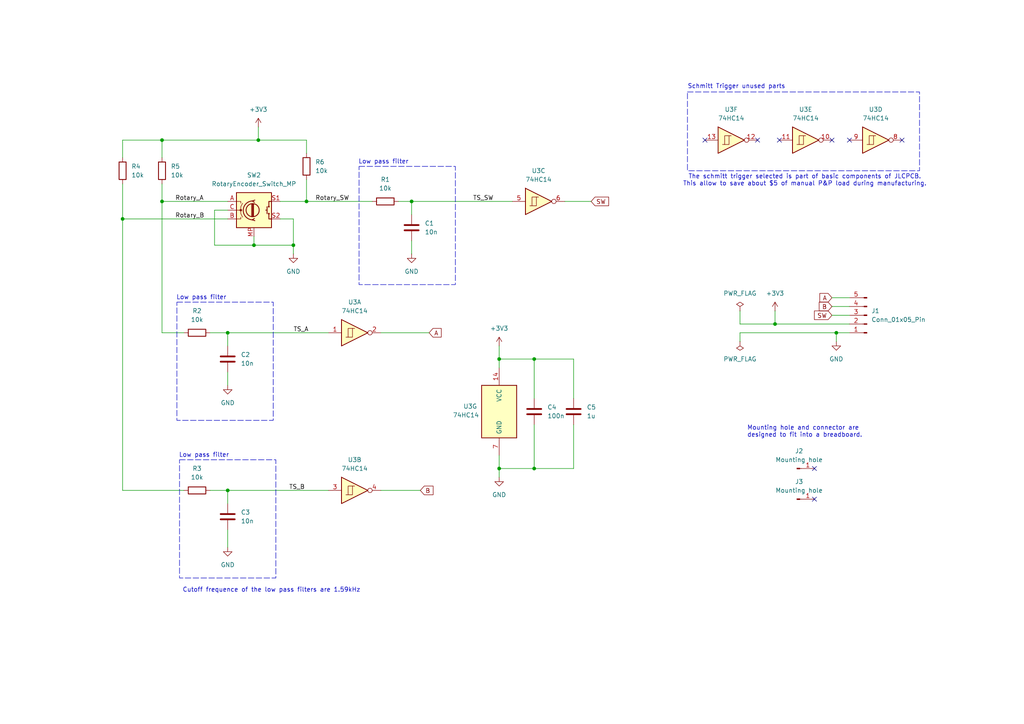
<source format=kicad_sch>
(kicad_sch (version 20250114) (generator "eeschema") (generator_version "9.0")
  (paper "A4")
  (title_block (title "Rotary Encoder Debounced") (date "2025-06-23") (rev "1.0") (company "Xavier Berger") (comment 1 "License : CERN-OHL-P"))
  (lib_symbols
    (symbol "74xx:74HC14" (pin_names (offset 1.016))
      (property "Reference" "U" (at 0 1.27 0))
      (property "Value" "74HC14" (at 0 -1.27 0))
      (symbol "74HC14_1_0"
        (polyline (pts (xy -3.81 3.81) (xy -3.81 -3.81) (xy 3.81 0) (xy -3.81 3.81)) (stroke (width 0.254)) (fill (type background)))
        (pin input line (at -7.62 0 0) (length 3.81) (name "~") (number "1"))
        (pin output inverted (at 7.62 0 180) (length 3.81) (name "~") (number "2"))
      )
      (symbol "74HC14_1_1"
        (polyline (pts (xy -2.54 -1.27) (xy -0.635 -1.27) (xy -0.635 1.27) (xy 0 1.27)))
        (polyline (pts (xy -1.905 -1.27) (xy -1.905 1.27) (xy -0.635 1.27)))
      )
      (symbol "74HC14_2_0"
        (polyline (pts (xy -3.81 3.81) (xy -3.81 -3.81) (xy 3.81 0) (xy -3.81 3.81)) (stroke (width 0.254)) (fill (type background)))
        (pin input line (at -7.62 0 0) (length 3.81) (name "~") (number "3"))
        (pin output inverted (at 7.62 0 180) (length 3.81) (name "~") (number "4"))
      )
      (symbol "74HC14_2_1"
        (polyline (pts (xy -2.54 -1.27) (xy -0.635 -1.27) (xy -0.635 1.27) (xy 0 1.27)))
        (polyline (pts (xy -1.905 -1.27) (xy -1.905 1.27) (xy -0.635 1.27)))
      )
      (symbol "74HC14_3_0"
        (polyline (pts (xy -3.81 3.81) (xy -3.81 -3.81) (xy 3.81 0) (xy -3.81 3.81)) (stroke (width 0.254)) (fill (type background)))
        (pin input line (at -7.62 0 0) (length 3.81) (name "~") (number "5"))
        (pin output inverted (at 7.62 0 180) (length 3.81) (name "~") (number "6"))
      )
      (symbol "74HC14_3_1"
        (polyline (pts (xy -2.54 -1.27) (xy -0.635 -1.27) (xy -0.635 1.27) (xy 0 1.27)))
        (polyline (pts (xy -1.905 -1.27) (xy -1.905 1.27) (xy -0.635 1.27)))
      )
      (symbol "74HC14_4_0"
        (polyline (pts (xy -3.81 3.81) (xy -3.81 -3.81) (xy 3.81 0) (xy -3.81 3.81)) (stroke (width 0.254)) (fill (type background)))
        (pin input line (at -7.62 0 0) (length 3.81) (name "~") (number "9"))
        (pin output inverted (at 7.62 0 180) (length 3.81) (name "~") (number "8"))
      )
      (symbol "74HC14_4_1"
        (polyline (pts (xy -2.54 -1.27) (xy -0.635 -1.27) (xy -0.635 1.27) (xy 0 1.27)))
        (polyline (pts (xy -1.905 -1.27) (xy -1.905 1.27) (xy -0.635 1.27)))
      )
      (symbol "74HC14_5_0"
        (polyline (pts (xy -3.81 3.81) (xy -3.81 -3.81) (xy 3.81 0) (xy -3.81 3.81)) (stroke (width 0.254)) (fill (type background)))
        (pin input line (at -7.62 0 0) (length 3.81) (name "~") (number "11"))
        (pin output inverted (at 7.62 0 180) (length 3.81) (name "~") (number "10"))
      )
      (symbol "74HC14_5_1"
        (polyline (pts (xy -2.54 -1.27) (xy -0.635 -1.27) (xy -0.635 1.27) (xy 0 1.27)))
        (polyline (pts (xy -1.905 -1.27) (xy -1.905 1.27) (xy -0.635 1.27)))
      )
      (symbol "74HC14_6_0"
        (polyline (pts (xy -3.81 3.81) (xy -3.81 -3.81) (xy 3.81 0) (xy -3.81 3.81)) (stroke (width 0.254)) (fill (type background)))
        (pin input line (at -7.62 0 0) (length 3.81) (name "~") (number "13"))
        (pin output inverted (at 7.62 0 180) (length 3.81) (name "~") (number "12"))
      )
      (symbol "74HC14_6_1"
        (polyline (pts (xy -2.54 -1.27) (xy -0.635 -1.27) (xy -0.635 1.27) (xy 0 1.27)))
        (polyline (pts (xy -1.905 -1.27) (xy -1.905 1.27) (xy -0.635 1.27)))
      )
      (symbol "74HC14_7_0"
        (pin power_in line (at 0 12.7 270) (length 5.08) (name "VCC") (number "14"))
        (pin power_in line (at 0 -12.7 90) (length 5.08) (name "GND") (number "7"))
      )
      (symbol "74HC14_7_1"
        (rectangle (start -5.08 7.62) (end 5.08 -7.62) (stroke (width 0.254)) (fill (type background)))
      )
    )
    (symbol "Connector:Conn_01x01_Pin" (pin_names (offset 1.016) (hide yes))
      (property "Reference" "J" (at 0 2.54 0))
      (property "Value" "Conn_01x01_Pin" (at 0 -2.54 0))
      (symbol "Conn_01x01_Pin_1_1"
        (rectangle (start 0.8636 0.127) (end 0 -0.127) (stroke (width 0.1524)) (fill (type outline)))
        (polyline (pts (xy 1.27 0) (xy 0.8636 0)) (stroke (width 0.1524)))
        (pin passive line (at 5.08 0 180) (length 3.81) (name "Pin_1") (number "1"))
      )
    )
    (symbol "Connector:Conn_01x05_Pin" (pin_names (offset 1.016) (hide yes))
      (property "Reference" "J" (at 0 7.62 0))
      (property "Value" "Conn_01x05_Pin" (at 0 -7.62 0))
      (symbol "Conn_01x05_Pin_1_1"
        (rectangle (start 0.8636 5.207) (end 0 4.953) (stroke (width 0.1524)) (fill (type outline)))
        (rectangle (start 0.8636 2.667) (end 0 2.413) (stroke (width 0.1524)) (fill (type outline)))
        (rectangle (start 0.8636 0.127) (end 0 -0.127) (stroke (width 0.1524)) (fill (type outline)))
        (rectangle (start 0.8636 -2.413) (end 0 -2.667) (stroke (width 0.1524)) (fill (type outline)))
        (rectangle (start 0.8636 -4.953) (end 0 -5.207) (stroke (width 0.1524)) (fill (type outline)))
        (polyline (pts (xy 1.27 5.08) (xy 0.8636 5.08)) (stroke (width 0.1524)))
        (polyline (pts (xy 1.27 2.54) (xy 0.8636 2.54)) (stroke (width 0.1524)))
        (polyline (pts (xy 1.27 0) (xy 0.8636 0)) (stroke (width 0.1524)))
        (polyline (pts (xy 1.27 -2.54) (xy 0.8636 -2.54)) (stroke (width 0.1524)))
        (polyline (pts (xy 1.27 -5.08) (xy 0.8636 -5.08)) (stroke (width 0.1524)))
        (pin passive line (at 5.08 5.08 180) (length 3.81) (name "Pin_1") (number "1"))
        (pin passive line (at 5.08 2.54 180) (length 3.81) (name "Pin_2") (number "2"))
        (pin passive line (at 5.08 0 180) (length 3.81) (name "Pin_3") (number "3"))
        (pin passive line (at 5.08 -2.54 180) (length 3.81) (name "Pin_4") (number "4"))
        (pin passive line (at 5.08 -5.08 180) (length 3.81) (name "Pin_5") (number "5"))
      )
    )
    (symbol "Device:C" (pin_numbers (hide yes)) (pin_names (offset 0.254))
      (property "Reference" "C" (at 0.635 2.54 0))
      (property "Value" "C" (at 0.635 -2.54 0))
      (symbol "C_0_1"
        (polyline (pts (xy -2.032 0.762) (xy 2.032 0.762)) (stroke (width 0.508)))
        (polyline (pts (xy -2.032 -0.762) (xy 2.032 -0.762)) (stroke (width 0.508)))
      )
      (symbol "C_1_1"
        (pin passive line (at 0 3.81 270) (length 2.794) (name "~") (number "1"))
        (pin passive line (at 0 -3.81 90) (length 2.794) (name "~") (number "2"))
      )
    )
    (symbol "Device:R" (pin_numbers (hide yes)) (pin_names (offset 0))
      (property "Reference" "R" (at 2.032 0 90))
      (property "Value" "R" (at 0 0 90))
      (symbol "R_0_1"
        (rectangle (start -1.016 -2.54) (end 1.016 2.54) (stroke (width 0.254)))
      )
      (symbol "R_1_1"
        (pin passive line (at 0 3.81 270) (length 1.27) (name "~") (number "1"))
        (pin passive line (at 0 -3.81 90) (length 1.27) (name "~") (number "2"))
      )
    )
    (symbol "Device:RotaryEncoder_Switch_MP" (pin_names (offset 0.254) (hide yes))
      (property "Reference" "SW" (at 0 8.89 0))
      (property "Value" "RotaryEncoder_Switch_MP" (at 0 6.35 0))
      (symbol "RotaryEncoder_Switch_MP_0_1"
        (rectangle (start -5.08 5.08) (end 5.08 -5.08) (stroke (width 0.254)) (fill (type background)))
        (polyline (pts (xy -5.08 2.54) (xy -3.81 2.54) (xy -3.81 2.032)))
        (polyline (pts (xy -5.08 0) (xy -3.81 0) (xy -3.81 -1.016) (xy -3.302 -2.032)))
        (polyline (pts (xy -5.08 -2.54) (xy -3.81 -2.54) (xy -3.81 -2.032)))
        (polyline (pts (xy -4.318 0) (xy -3.81 0) (xy -3.81 1.016) (xy -3.302 2.032)))
        (circle (center -3.81 0) (radius 0.254) (fill (type outline)))
        (polyline (pts (xy -0.635 -1.778) (xy -0.635 1.778)) (stroke (width 0.254)))
        (circle (center -0.381 0) (radius 1.905) (stroke (width 0.254)))
        (polyline (pts (xy -0.381 -1.778) (xy -0.381 1.778)) (stroke (width 0.254)))
        (arc (start -0.381 -2.794) (mid -3.0988 -0.0635) (end -0.381 2.667) (stroke (width 0.254)))
        (polyline (pts (xy -0.127 1.778) (xy -0.127 -1.778)) (stroke (width 0.254)))
        (polyline (pts (xy 0.254 2.921) (xy -0.508 2.667) (xy 0.127 2.286)) (stroke (width 0.254)))
        (polyline (pts (xy 0.254 -3.048) (xy -0.508 -2.794) (xy 0.127 -2.413)) (stroke (width 0.254)))
        (polyline (pts (xy 3.81 1.016) (xy 3.81 -1.016)) (stroke (width 0.254)))
        (polyline (pts (xy 3.81 0) (xy 3.429 0)) (stroke (width 0.254)))
        (circle (center 4.318 1.016) (radius 0.127) (stroke (width 0.254)))
        (circle (center 4.318 -1.016) (radius 0.127) (stroke (width 0.254)))
        (polyline (pts (xy 5.08 2.54) (xy 4.318 2.54) (xy 4.318 1.016)) (stroke (width 0.254)))
        (polyline (pts (xy 5.08 -2.54) (xy 4.318 -2.54) (xy 4.318 -1.016)) (stroke (width 0.254)))
      )
      (symbol "RotaryEncoder_Switch_MP_1_1"
        (pin passive line (at -7.62 2.54 0) (length 2.54) (name "A") (number "A"))
        (pin passive line (at -7.62 0 0) (length 2.54) (name "C") (number "C"))
        (pin passive line (at -7.62 -2.54 0) (length 2.54) (name "B") (number "B"))
        (pin passive line (at 0 -7.62 90) (length 2.54) (name "MP") (number "MP"))
        (pin passive line (at 7.62 2.54 180) (length 2.54) (name "S1") (number "S1"))
        (pin passive line (at 7.62 -2.54 180) (length 2.54) (name "S2") (number "S2"))
      )
    )
    (symbol "power:+3V3" (power) (pin_numbers (hide yes)) (pin_names (offset 0) (hide yes))
      (property "Value" "+3V3" (at 0 3.556 0))
      (symbol "+3V3_0_1"
        (polyline (pts (xy -0.762 1.27) (xy 0 2.54)))
        (polyline (pts (xy 0 2.54) (xy 0.762 1.27)))
        (polyline (pts (xy 0 0) (xy 0 2.54)))
      )
      (symbol "+3V3_1_1"
        (pin power_in line (at 0 0 90) (length 0) (name "~") (number "1"))
      )
    )
    (symbol "power:GND" (power) (pin_numbers (hide yes)) (pin_names (offset 0) (hide yes))
      (property "Value" "GND" (at 0 -3.81 0))
      (symbol "GND_0_1"
        (polyline (pts (xy 0 0) (xy 0 -1.27) (xy 1.27 -1.27) (xy 0 -2.54) (xy -1.27 -1.27) (xy 0 -1.27)))
      )
      (symbol "GND_1_1"
        (pin power_in line (at 0 0 270) (length 0) (name "~") (number "1"))
      )
    )
    (symbol "power:PWR_FLAG" (power) (pin_numbers (hide yes)) (pin_names (offset 0) (hide yes))
      (property "Value" "PWR_FLAG" (at 0 3.81 0))
      (symbol "PWR_FLAG_0_0"
        (pin power_out line (at 0 0 90) (length 0) (name "~") (number "1"))
      )
      (symbol "PWR_FLAG_0_1"
        (polyline (pts (xy 0 0) (xy 0 1.27) (xy -1.016 1.905) (xy 0 2.54) (xy 1.016 1.905) (xy 0 1.27)))
      )
    )
  )
  (rectangle (start 51.308 87.63) (end 79.248 121.92) (stroke (width 0) (type dash)))
  (rectangle (start 52.07 133.35) (end 80.01 167.64) (stroke (width 0) (type dash)))
  (rectangle (start 199.39 26.67) (end 266.7 49.53) (stroke (width 0) (type dash)))
  (rectangle (start 104.14 48.26) (end 132.08 82.55) (stroke (width 0) (type dash)))
  (text "Mounting hole and connector are \ndesigned to fit into a breadboard." (at 233.426 125.222 0) (effects (font (size 1.27 1.27))))
  (text "Low pass filter" (at 58.42 86.36 0) (effects (font (size 1.27 1.27))))
  (text "Schmitt Trigger unused parts" (at 213.614 25.146 0) (effects (font (size 1.27 1.27))))
  (text "Low pass filter" (at 111.252 46.99 0) (effects (font (size 1.27 1.27))))
  (text "Cutoff frequence of the low pass filters are 1.59kHz" (at 78.74 171.196 0) (effects (font (size 1.27 1.27))))
  (text "The schmitt trigger selected is part of basic components of JLCPCB.\nThis allow to save about $5 of manual P&P load during manufacturing." (at 233.426 52.324 0) (effects (font (size 1.27 1.27))))
  (text "Low pass filter" (at 59.182 132.08 0) (effects (font (size 1.27 1.27))))
  (junction (at 46.99 40.64))
  (junction (at 73.66 71.12))
  (junction (at 224.79 93.98))
  (junction (at 144.78 135.89))
  (junction (at 66.04 142.24))
  (junction (at 46.99 58.42))
  (junction (at 88.9 58.42))
  (junction (at 119.38 58.42))
  (junction (at 74.93 40.64))
  (junction (at 144.78 104.14))
  (junction (at 35.56 63.5))
  (junction (at 242.57 96.52))
  (junction (at 66.04 96.52))
  (junction (at 154.94 104.14))
  (junction (at 85.09 71.12))
  (junction (at 154.94 135.89))
  (no_connect (at 241.3 40.64))
  (no_connect (at 226.06 40.64))
  (no_connect (at 204.47 40.64))
  (no_connect (at 261.62 40.64))
  (no_connect (at 236.22 144.78))
  (no_connect (at 219.71 40.64))
  (no_connect (at 246.38 40.64))
  (no_connect (at 236.22 135.89))
  (wire (pts (xy 46.99 53.34) (xy 46.99 58.42)))
  (wire (pts (xy 241.3 86.36) (xy 246.38 86.36)))
  (wire (pts (xy 88.9 58.42) (xy 107.95 58.42)))
  (wire (pts (xy 246.38 96.52) (xy 242.57 96.52)))
  (wire (pts (xy 53.34 96.52) (xy 46.99 96.52)))
  (wire (pts (xy 73.66 71.12) (xy 85.09 71.12)))
  (wire (pts (xy 66.04 107.95) (xy 66.04 111.76)))
  (wire (pts (xy 154.94 135.89) (xy 166.37 135.89)))
  (wire (pts (xy 241.3 91.44) (xy 246.38 91.44)))
  (wire (pts (xy 35.56 142.24) (xy 35.56 63.5)))
  (wire (pts (xy 60.96 96.52) (xy 66.04 96.52)))
  (wire (pts (xy 81.28 63.5) (xy 85.09 63.5)))
  (wire (pts (xy 154.94 115.57) (xy 154.94 104.14)))
  (wire (pts (xy 154.94 104.14) (xy 166.37 104.14)))
  (wire (pts (xy 60.96 142.24) (xy 66.04 142.24)))
  (wire (pts (xy 35.56 63.5) (xy 66.04 63.5)))
  (wire (pts (xy 88.9 40.64) (xy 74.93 40.64)))
  (wire (pts (xy 154.94 104.14) (xy 144.78 104.14)))
  (wire (pts (xy 214.63 99.06) (xy 214.63 96.52)))
  (wire (pts (xy 53.34 142.24) (xy 35.56 142.24)))
  (wire (pts (xy 66.04 142.24) (xy 95.25 142.24)))
  (wire (pts (xy 88.9 44.45) (xy 88.9 40.64)))
  (wire (pts (xy 119.38 58.42) (xy 148.59 58.42)))
  (wire (pts (xy 242.57 96.52) (xy 242.57 99.06)))
  (wire (pts (xy 74.93 40.64) (xy 46.99 40.64)))
  (wire (pts (xy 144.78 132.08) (xy 144.78 135.89)))
  (wire (pts (xy 224.79 93.98) (xy 246.38 93.98)))
  (wire (pts (xy 46.99 40.64) (xy 46.99 45.72)))
  (wire (pts (xy 144.78 135.89) (xy 144.78 138.43)))
  (wire (pts (xy 214.63 93.98) (xy 224.79 93.98)))
  (wire (pts (xy 144.78 100.33) (xy 144.78 104.14)))
  (wire (pts (xy 166.37 123.19) (xy 166.37 135.89)))
  (wire (pts (xy 35.56 63.5) (xy 35.56 53.34)))
  (wire (pts (xy 46.99 40.64) (xy 35.56 40.64)))
  (wire (pts (xy 119.38 58.42) (xy 119.38 62.23)))
  (wire (pts (xy 214.63 90.17) (xy 214.63 93.98)))
  (wire (pts (xy 110.49 96.52) (xy 124.46 96.52)))
  (wire (pts (xy 88.9 52.07) (xy 88.9 58.42)))
  (wire (pts (xy 46.99 96.52) (xy 46.99 58.42)))
  (wire (pts (xy 214.63 96.52) (xy 242.57 96.52)))
  (wire (pts (xy 46.99 58.42) (xy 66.04 58.42)))
  (wire (pts (xy 73.66 68.58) (xy 73.66 71.12)))
  (wire (pts (xy 66.04 60.96) (xy 62.23 60.96)))
  (wire (pts (xy 85.09 71.12) (xy 85.09 73.66)))
  (wire (pts (xy 166.37 115.57) (xy 166.37 104.14)))
  (wire (pts (xy 119.38 69.85) (xy 119.38 73.66)))
  (wire (pts (xy 115.57 58.42) (xy 119.38 58.42)))
  (wire (pts (xy 224.79 90.17) (xy 224.79 93.98)))
  (wire (pts (xy 81.28 58.42) (xy 88.9 58.42)))
  (wire (pts (xy 163.83 58.42) (xy 171.45 58.42)))
  (wire (pts (xy 110.49 142.24) (xy 121.92 142.24)))
  (wire (pts (xy 85.09 63.5) (xy 85.09 71.12)))
  (wire (pts (xy 144.78 104.14) (xy 144.78 106.68)))
  (wire (pts (xy 62.23 60.96) (xy 62.23 71.12)))
  (wire (pts (xy 35.56 45.72) (xy 35.56 40.64)))
  (wire (pts (xy 66.04 96.52) (xy 66.04 100.33)))
  (wire (pts (xy 154.94 123.19) (xy 154.94 135.89)))
  (wire (pts (xy 66.04 142.24) (xy 66.04 146.05)))
  (wire (pts (xy 74.93 36.83) (xy 74.93 40.64)))
  (wire (pts (xy 154.94 135.89) (xy 144.78 135.89)))
  (wire (pts (xy 241.3 88.9) (xy 246.38 88.9)))
  (wire (pts (xy 66.04 153.67) (xy 66.04 158.75)))
  (wire (pts (xy 62.23 71.12) (xy 73.66 71.12)))
  (wire (pts (xy 66.04 96.52) (xy 95.25 96.52)))
  (label "TS_B" (at 83.82 142.24 0))
  (label "Rotary_SW" (at 91.44 58.42 0))
  (label "Rotary_A" (at 50.8 58.42 0))
  (label "TS_SW" (at 137.16 58.42 0))
  (label "Rotary_B" (at 50.8 63.5 0))
  (label "TS_A" (at 85.09 96.52 0))
  (global_label "B" (shape input) (at 241.3 88.9 180) (property "Intersheetrefs" "${INTERSHEET_REFS}" (effects (hide yes))))
  (global_label "SW" (shape input) (at 171.45 58.42 0) (property "Intersheetrefs" "${INTERSHEET_REFS}" (effects (hide yes))))
  (global_label "A" (shape input) (at 124.46 96.52 0) (property "Intersheetrefs" "${INTERSHEET_REFS}" (effects (hide yes))))
  (global_label "SW" (shape input) (at 241.3 91.44 180) (property "Intersheetrefs" "${INTERSHEET_REFS}" (effects (hide yes))))
  (global_label "B" (shape input) (at 121.92 142.24 0) (property "Intersheetrefs" "${INTERSHEET_REFS}" (effects (hide yes))))
  (global_label "A" (shape input) (at 241.3 86.36 180) (property "Intersheetrefs" "${INTERSHEET_REFS}" (effects (hide yes))))
  (symbol (lib_id "Device:R") (at 57.15 142.24 90) (unit 1)
    (property "Reference" "R3" (at 57.15 135.89 90))
    (property "Value" "10k" (at 57.15 138.43 90))
    (property "Footprint" "Resistor_SMD:R_0805_2012Metric" (effects (hide yes)))
    (property "Description" "Resistor" (effects (hide yes)))
  )
  (symbol (lib_id "Device:C") (at 66.04 149.86 0) (unit 1)
    (property "Reference" "C3" (at 69.85 148.5899 0) (effects (justify left)))
    (property "Value" "10n" (at 69.85 151.1299 0) (effects (justify left)))
    (property "Footprint" "Capacitor_SMD:C_0805_2012Metric" (effects (hide yes)))
    (property "Description" "Unpolarized capacitor" (effects (hide yes)))
  )
  (symbol (lib_id "74xx:74HC14") (at 254 40.64 0) (unit 4)
    (property "Reference" "U3" (at 254 31.75 0))
    (property "Value" "74HC14" (at 254 34.29 0))
    (property "Footprint" "Package_SO:SOIC-14_3.9x8.7mm_P1.27mm" (effects (hide yes)))
    (property "Datasheet" "http://www.ti.com/lit/gpn/sn74HC14" (effects (hide yes)))
    (property "Description" "Hex inverter schmitt trigger" (effects (hide yes)))
  )
  (symbol (lib_id "power:PWR_FLAG") (at 214.63 90.17 0) (unit 1)
    (property "Reference" "#FLG02" (effects (hide yes)))
    (property "Value" "PWR_FLAG" (at 214.63 85.09 0))
    (property "Description" "Special symbol for telling ERC where power comes from" (effects (hide yes)))
  )
  (symbol (lib_id "power:+3V3") (at 74.93 36.83 0) (unit 1)
    (property "Reference" "#PWR01" (effects (hide yes)))
    (property "Value" "+3V3" (at 74.93 31.75 0))
    (property "Description" "Power symbol creates a global label with name \"+3V3\"" (effects (hide yes)))
  )
  (symbol (lib_id "Device:C") (at 66.04 104.14 0) (unit 1)
    (property "Reference" "C2" (at 69.85 102.8699 0) (effects (justify left)))
    (property "Value" "10n" (at 69.85 105.4099 0) (effects (justify left)))
    (property "Footprint" "Capacitor_SMD:C_0805_2012Metric" (effects (hide yes)))
    (property "Description" "Unpolarized capacitor" (effects (hide yes)))
  )
  (symbol (lib_id "74xx:74HC14") (at 102.87 142.24 0) (unit 2)
    (property "Reference" "U3" (at 102.87 133.35 0))
    (property "Value" "74HC14" (at 102.87 135.89 0))
    (property "Footprint" "Package_SO:SOIC-14_3.9x8.7mm_P1.27mm" (effects (hide yes)))
    (property "Datasheet" "http://www.ti.com/lit/gpn/sn74HC14" (effects (hide yes)))
    (property "Description" "Hex inverter schmitt trigger" (effects (hide yes)))
  )
  (symbol (lib_id "Connector:Conn_01x05_Pin") (at 251.46 91.44 180) (unit 1)
    (property "Reference" "J1" (at 252.73 90.1699 0) (effects (justify right)))
    (property "Value" "Conn_01x05_Pin" (at 252.73 92.7099 0) (effects (justify right)))
    (property "Footprint" "Connector_PinHeader_2.54mm:PinHeader_1x05_P2.54mm_Vertical" (effects (hide yes)))
    (property "Description" "Generic connector, single row, 01x05, script generated" (effects (hide yes)))
  )
  (symbol (lib_id "74xx:74HC14") (at 233.68 40.64 0) (unit 5)
    (property "Reference" "U3" (at 233.68 31.75 0))
    (property "Value" "74HC14" (at 233.68 34.29 0))
    (property "Footprint" "Package_SO:SOIC-14_3.9x8.7mm_P1.27mm" (effects (hide yes)))
    (property "Datasheet" "http://www.ti.com/lit/gpn/sn74HC14" (effects (hide yes)))
    (property "Description" "Hex inverter schmitt trigger" (effects (hide yes)))
  )
  (symbol (lib_id "Connector:Conn_01x01_Pin") (at 231.14 135.89 0) (unit 1)
    (property "Reference" "J2" (at 231.775 130.81 0))
    (property "Value" "Mounting hole" (at 231.775 133.35 0))
    (property "Footprint" "Connector_PinHeader_2.54mm:PinHeader_1x01_P2.54mm_Vertical" (effects (hide yes)))
    (property "Description" "Generic connector, single row, 01x01, script generated" (effects (hide yes)))
  )
  (symbol (lib_id "Device:RotaryEncoder_Switch_MP") (at 73.66 60.96 0) (unit 1)
    (property "Reference" "SW2" (at 73.66 50.8 0))
    (property "Value" "RotaryEncoder_Switch_MP" (at 73.66 53.34 0))
    (property "Footprint" "Rotary_Encoder:RotaryEncoder_Alps_EC11E-Switch_Vertical_H20mm" (effects (hide yes)))
    (property "Description" "Rotary encoder, dual channel, incremental quadrate outputs, with switch and MP Pin" (effects (hide yes)))
  )
  (symbol (lib_id "power:PWR_FLAG") (at 214.63 99.06 180) (unit 1)
    (property "Reference" "#FLG01" (effects (hide yes)))
    (property "Value" "PWR_FLAG" (at 214.63 104.14 0))
    (property "Description" "Special symbol for telling ERC where power comes from" (effects (hide yes)))
  )
  (symbol (lib_id "power:+3V3") (at 144.78 100.33 0) (unit 1)
    (property "Reference" "#PWR07" (effects (hide yes)))
    (property "Value" "+3V3" (at 144.78 95.25 0))
    (property "Description" "Power symbol creates a global label with name \"+3V3\"" (effects (hide yes)))
  )
  (symbol (lib_id "Device:R") (at 35.56 49.53 0) (unit 1)
    (property "Reference" "R4" (at 38.1 48.2599 0) (effects (justify left)))
    (property "Value" "10k" (at 38.1 50.7999 0) (effects (justify left)))
    (property "Footprint" "Resistor_SMD:R_0805_2012Metric" (effects (hide yes)))
    (property "Description" "Resistor" (effects (hide yes)))
  )
  (symbol (lib_id "Device:R") (at 57.15 96.52 90) (unit 1)
    (property "Reference" "R2" (at 57.15 90.17 90))
    (property "Value" "10k" (at 57.15 92.71 90))
    (property "Footprint" "Resistor_SMD:R_0805_2012Metric" (effects (hide yes)))
    (property "Description" "Resistor" (effects (hide yes)))
  )
  (symbol (lib_id "power:GND") (at 85.09 73.66 0) (unit 1)
    (property "Reference" "#PWR03" (effects (hide yes)))
    (property "Value" "GND" (at 85.09 78.74 0))
    (property "Description" "Power symbol creates a global label with name \"GND\" , ground" (effects (hide yes)))
  )
  (symbol (lib_id "Device:C") (at 166.37 119.38 0) (unit 1)
    (property "Reference" "C5" (at 170.18 118.1099 0) (effects (justify left)))
    (property "Value" "1u" (at 170.18 120.6499 0) (effects (justify left)))
    (property "Footprint" "Capacitor_SMD:C_0805_2012Metric" (effects (hide yes)))
    (property "Description" "Unpolarized capacitor" (effects (hide yes)))
  )
  (symbol (lib_id "Device:C") (at 154.94 119.38 0) (unit 1)
    (property "Reference" "C4" (at 158.75 118.1099 0) (effects (justify left)))
    (property "Value" "100n" (at 158.75 120.6499 0) (effects (justify left)))
    (property "Footprint" "Capacitor_SMD:C_0805_2012Metric" (effects (hide yes)))
    (property "Description" "Unpolarized capacitor" (effects (hide yes)))
  )
  (symbol (lib_id "power:+3V3") (at 224.79 90.17 0) (unit 1)
    (property "Reference" "#PWR06" (effects (hide yes)))
    (property "Value" "+3V3" (at 224.79 85.09 0))
    (property "Description" "Power symbol creates a global label with name \"+3V3\"" (effects (hide yes)))
  )
  (symbol (lib_id "Device:R") (at 46.99 49.53 0) (unit 1)
    (property "Reference" "R5" (at 49.53 48.2599 0) (effects (justify left)))
    (property "Value" "10k" (at 49.53 50.7999 0) (effects (justify left)))
    (property "Footprint" "Resistor_SMD:R_0805_2012Metric" (effects (hide yes)))
    (property "Description" "Resistor" (effects (hide yes)))
  )
  (symbol (lib_id "power:GND") (at 66.04 111.76 0) (unit 1)
    (property "Reference" "#PWR09" (effects (hide yes)))
    (property "Value" "GND" (at 66.04 116.84 0))
    (property "Description" "Power symbol creates a global label with name \"GND\" , ground" (effects (hide yes)))
  )
  (symbol (lib_id "power:GND") (at 66.04 158.75 0) (unit 1)
    (property "Reference" "#PWR011" (effects (hide yes)))
    (property "Value" "GND" (at 66.04 163.83 0))
    (property "Description" "Power symbol creates a global label with name \"GND\" , ground" (effects (hide yes)))
  )
  (symbol (lib_id "Connector:Conn_01x01_Pin") (at 231.14 144.78 0) (unit 1)
    (property "Reference" "J3" (at 231.775 139.7 0))
    (property "Value" "Mounting hole" (at 231.775 142.24 0))
    (property "Footprint" "Connector_PinHeader_2.54mm:PinHeader_1x01_P2.54mm_Vertical" (effects (hide yes)))
    (property "Description" "Generic connector, single row, 01x01, script generated" (effects (hide yes)))
  )
  (symbol (lib_id "power:GND") (at 242.57 99.06 0) (unit 1)
    (property "Reference" "#PWR08" (effects (hide yes)))
    (property "Value" "GND" (at 242.57 104.14 0))
    (property "Description" "Power symbol creates a global label with name \"GND\" , ground" (effects (hide yes)))
  )
  (symbol (lib_id "Device:R") (at 88.9 48.26 0) (unit 1)
    (property "Reference" "R6" (at 91.44 46.9899 0) (effects (justify left)))
    (property "Value" "10k" (at 91.44 49.5299 0) (effects (justify left)))
    (property "Footprint" "Resistor_SMD:R_0805_2012Metric" (effects (hide yes)))
    (property "Description" "Resistor" (effects (hide yes)))
  )
  (symbol (lib_id "74xx:74HC14") (at 144.78 119.38 0) (unit 7)
    (property "Reference" "U3" (at 134.366 117.856 0) (effects (justify left)))
    (property "Value" "74HC14" (at 131.318 120.396 0) (effects (justify left)))
    (property "Footprint" "Package_SO:SOIC-14_3.9x8.7mm_P1.27mm" (effects (hide yes)))
    (property "Datasheet" "http://www.ti.com/lit/gpn/sn74HC14" (effects (hide yes)))
    (property "Description" "Hex inverter schmitt trigger" (effects (hide yes)))
  )
  (symbol (lib_id "74xx:74HC14") (at 212.09 40.64 0) (unit 6)
    (property "Reference" "U3" (at 212.09 31.75 0))
    (property "Value" "74HC14" (at 212.09 34.29 0))
    (property "Footprint" "Package_SO:SOIC-14_3.9x8.7mm_P1.27mm" (effects (hide yes)))
    (property "Datasheet" "http://www.ti.com/lit/gpn/sn74HC14" (effects (hide yes)))
    (property "Description" "Hex inverter schmitt trigger" (effects (hide yes)))
  )
  (symbol (lib_id "power:GND") (at 119.38 73.66 0) (unit 1)
    (property "Reference" "#PWR04" (effects (hide yes)))
    (property "Value" "GND" (at 119.38 78.74 0))
    (property "Description" "Power symbol creates a global label with name \"GND\" , ground" (effects (hide yes)))
  )
  (symbol (lib_id "power:GND") (at 144.78 138.43 0) (unit 1)
    (property "Reference" "#PWR010" (effects (hide yes)))
    (property "Value" "GND" (at 144.78 143.51 0))
    (property "Description" "Power symbol creates a global label with name \"GND\" , ground" (effects (hide yes)))
  )
  (symbol (lib_id "Device:C") (at 119.38 66.04 0) (unit 1)
    (property "Reference" "C1" (at 123.19 64.7699 0) (effects (justify left)))
    (property "Value" "10n" (at 123.19 67.3099 0) (effects (justify left)))
    (property "Footprint" "Capacitor_SMD:C_0805_2012Metric" (effects (hide yes)))
    (property "Description" "Unpolarized capacitor" (effects (hide yes)))
  )
  (symbol (lib_id "Device:R") (at 111.76 58.42 90) (unit 1)
    (property "Reference" "R1" (at 111.76 52.07 90))
    (property "Value" "10k" (at 111.76 54.61 90))
    (property "Footprint" "Resistor_SMD:R_0805_2012Metric" (effects (hide yes)))
    (property "Description" "Resistor" (effects (hide yes)))
  )
  (symbol (lib_id "74xx:74HC14") (at 102.87 96.52 0) (unit 1)
    (property "Reference" "U3" (at 102.87 87.63 0))
    (property "Value" "74HC14" (at 102.87 90.17 0))
    (property "Footprint" "Package_SO:SOIC-14_3.9x8.7mm_P1.27mm" (effects (hide yes)))
    (property "Datasheet" "http://www.ti.com/lit/gpn/sn74HC14" (effects (hide yes)))
    (property "Description" "Hex inverter schmitt trigger" (effects (hide yes)))
  )
  (symbol (lib_id "74xx:74HC14") (at 156.21 58.42 0) (unit 3)
    (property "Reference" "U3" (at 156.21 49.53 0))
    (property "Value" "74HC14" (at 156.21 52.07 0))
    (property "Footprint" "Package_SO:SOIC-14_3.9x8.7mm_P1.27mm" (effects (hide yes)))
    (property "Datasheet" "http://www.ti.com/lit/gpn/sn74HC14" (effects (hide yes)))
    (property "Description" "Hex inverter schmitt trigger" (effects (hide yes)))
  )
)
</source>
